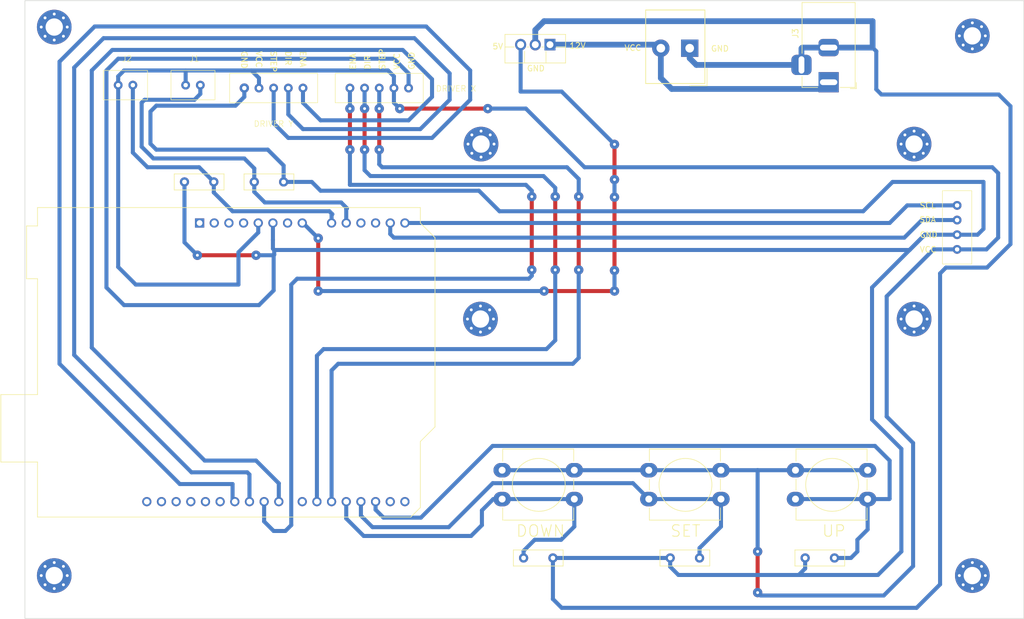
<source format=kicad_pcb>
(kicad_pcb (version 20221018) (generator pcbnew)
  (layers (0 "F.Cu" signal) (31 "B.Cu" signal) (34 "B.Paste" user) (35 "F.Paste" user) (36 "B.SilkS" user "B.Silkscreen") (37 "F.SilkS" user "F.Silkscreen") (38 "B.Mask" user) (39 "F.Mask" user) (44 "Edge.Cuts" user))
  (net 0 "")
  (net 5 "VCC")
  (net 6 "GND")
  (net 7 "/SDA")
  (net 8 "+5V")
  (net 11 "/SCL")
  (net 12 "/UP BUTTON")
  (net 15 "/DOWN BUTTON")
  (net 16 "/SET BUTTON")
  (net 17 "/DIR_X")
  (net 18 "/ENA_X")
  (net 19 "/DIR_Y")
  (net 20 "/ENA_Y")
  (net 21 "/STEP_X")
  (net 22 "/STEP_Y")
  (net 25 "/HOME_X")
  (net 26 "/HOME_Y")
  (net 30 "GND1")
  (net 33 "Net-(J4-Pin_2)")
  (footprint "Package_TO_SOT_THT:TO-220F-3_Vertical" (layer "F.Cu") (at 153.924 48.768 180)
    (fp_text reference "U1" hide)
    (fp_text value "L7805")
    (pad "1" thru_hole rect (at 0 0 180) (size 1.905 2) (drill 1.2) (layers "*.Cu" "*.Mask") (net 33 "Net-(J4-Pin_2)"))
    (pad "2" thru_hole oval (at 2.54 0 180) (size 1.905 2) (drill 1.2) (layers "*.Cu" "*.Mask") (net 6 "GND"))
    (pad "3" thru_hole oval (at 5.08 0 180) (size 1.905 2) (drill 1.2) (layers "*.Cu" "*.Mask") (net 8 "+5V"))
  )
  (footprint "MountingHole:MountingHole_3mm_Pad_Via" (layer "F.Cu") (at 141.986 65.9892)
    (fp_text reference "H3" hide)
    (fp_text value "MountingHole" hide)
    (pad "1" thru_hole circle (at -2.25 0) (size 0.8 0.8) (drill 0.5) (layers "*.Cu" "*.Mask"))
    (pad "1" thru_hole circle (at -1.59099 -1.59099) (size 0.8 0.8) (drill 0.5) (layers "*.Cu" "*.Mask"))
    (pad "1" thru_hole circle (at -1.59099 1.59099) (size 0.8 0.8) (drill 0.5) (layers "*.Cu" "*.Mask"))
    (pad "1" thru_hole circle (at 0 -2.25) (size 0.8 0.8) (drill 0.5) (layers "*.Cu" "*.Mask"))
    (pad "1" thru_hole circle (at 0 0) (size 6 6) (drill 3) (layers "*.Cu" "*.Mask"))
    (pad "1" thru_hole circle (at 0 2.25) (size 0.8 0.8) (drill 0.5) (layers "*.Cu" "*.Mask"))
    (pad "1" thru_hole circle (at 1.59099 -1.59099) (size 0.8 0.8) (drill 0.5) (layers "*.Cu" "*.Mask"))
    (pad "1" thru_hole circle (at 1.59099 1.59099) (size 0.8 0.8) (drill 0.5) (layers "*.Cu" "*.Mask"))
    (pad "1" thru_hole circle (at 2.25 0) (size 0.8 0.8) (drill 0.5) (layers "*.Cu" "*.Mask"))
  )
  (footprint "TerminalBlock_Altech:Altech_AK300_1x02_P5.00mm_45-Degree" (layer "F.Cu") (at 178.1255 49.3835 180)
    (fp_text reference "J4" hide)
    (fp_text value "Screw_Terminal_01x02")
    (pad "1" thru_hole rect (at 0 0 180) (size 3 3) (drill 1.5) (layers "*.Cu" "*.Mask") (net 6 "GND"))
    (pad "2" thru_hole circle (at 5 0 180) (size 3 3) (drill 1.5) (layers "*.Cu" "*.Mask") (net 33 "Net-(J4-Pin_2)"))
  )
  (footprint "MountingHole:MountingHole_3mm_Pad_Via" (layer "F.Cu") (at 216.986 96.2892)
    (fp_text reference "H3" hide)
    (fp_text value "MountingHole" hide)
    (pad "1" thru_hole circle (at -2.25 0) (size 0.8 0.8) (drill 0.5) (layers "*.Cu" "*.Mask"))
    (pad "1" thru_hole circle (at -1.59099 -1.59099) (size 0.8 0.8) (drill 0.5) (layers "*.Cu" "*.Mask"))
    (pad "1" thru_hole circle (at -1.59099 1.59099) (size 0.8 0.8) (drill 0.5) (layers "*.Cu" "*.Mask"))
    (pad "1" thru_hole circle (at 0 -2.25) (size 0.8 0.8) (drill 0.5) (layers "*.Cu" "*.Mask"))
    (pad "1" thru_hole circle (at 0 0) (size 6 6) (drill 3) (layers "*.Cu" "*.Mask"))
    (pad "1" thru_hole circle (at 0 2.25) (size 0.8 0.8) (drill 0.5) (layers "*.Cu" "*.Mask"))
    (pad "1" thru_hole circle (at 1.59099 -1.59099) (size 0.8 0.8) (drill 0.5) (layers "*.Cu" "*.Mask"))
    (pad "1" thru_hole circle (at 1.59099 1.59099) (size 0.8 0.8) (drill 0.5) (layers "*.Cu" "*.Mask"))
    (pad "1" thru_hole circle (at 2.25 0) (size 0.8 0.8) (drill 0.5) (layers "*.Cu" "*.Mask"))
  )
  (footprint "MountingHole:MountingHole_3mm_Pad_Via" (layer "F.Cu") (at 68.072 140.716 90)
    (fp_text reference "H3" hide)
    (fp_text value "MountingHole")
    (pad "1" thru_hole circle (at -2.25 0 90) (size 0.8 0.8) (drill 0.5) (layers "*.Cu" "*.Mask"))
    (pad "1" thru_hole circle (at -1.59099 -1.59099 90) (size 0.8 0.8) (drill 0.5) (layers "*.Cu" "*.Mask"))
    (pad "1" thru_hole circle (at -1.59099 1.59099 90) (size 0.8 0.8) (drill 0.5) (layers "*.Cu" "*.Mask"))
    (pad "1" thru_hole circle (at 0 -2.25 90) (size 0.8 0.8) (drill 0.5) (layers "*.Cu" "*.Mask"))
    (pad "1" thru_hole circle (at 0 0 90) (size 6 6) (drill 3) (layers "*.Cu" "*.Mask"))
    (pad "1" thru_hole circle (at 0 2.25 90) (size 0.8 0.8) (drill 0.5) (layers "*.Cu" "*.Mask"))
    (pad "1" thru_hole circle (at 1.59099 -1.59099 90) (size 0.8 0.8) (drill 0.5) (layers "*.Cu" "*.Mask"))
    (pad "1" thru_hole circle (at 1.59099 1.59099 90) (size 0.8 0.8) (drill 0.5) (layers "*.Cu" "*.Mask"))
    (pad "1" thru_hole circle (at 2.25 0 90) (size 0.8 0.8) (drill 0.5) (layers "*.Cu" "*.Mask"))
  )
  (footprint "Resistor_THT:R_Box_L8.4mm_W2.5mm_P5.08mm" (layer "F.Cu") (at 179.827 137.668 180)
    (fp_text reference "R3" hide)
    (fp_text value "R")
    (pad "1" thru_hole circle (at 0 0 180) (size 1.6 1.6) (drill 0.8) (layers "*.Cu" "*.Mask") (net 16 "/SET BUTTON"))
    (pad "2" thru_hole circle (at 5.08 0 180) (size 1.6 1.6) (drill 0.8) (layers "*.Cu" "*.Mask") (net 6 "GND"))
  )
  (footprint "Connector_BarrelJack:BarrelJack_Horizontal" (layer "F.Cu") (at 202.184 55.276 -90)
    (fp_text reference "J3" (at -8.45 5.75 90) (layer "F.SilkS"))
    (fp_text value "Barrel_Jack_Switch")
    (pad "1" thru_hole rect (at 0 0 270) (size 3.5 3.5) (drill oval 1 3) (layers "*.Cu" "*.Mask") (net 33 "Net-(J4-Pin_2)"))
    (pad "2" thru_hole roundrect (at -6 0 270) (size 3 3.5) (drill oval 1 3) (layers "*.Cu" "*.Mask") (net 6 "GND"))
    (pad "3" thru_hole roundrect (at -3 4.7 270) (size 3.5 3.5) (drill oval 3 1) (layers "*.Cu" "*.Mask") (net 6 "GND"))
  )
  (footprint "hang_rao:Dau_PH_1x2" (layer "F.Cu") (at 79.1464 55.7784)
    (fp_text reference "J2" (at 1.524 -4.572 unlocked) (layer "F.SilkS") (effects (font (thickness 0.1))))
    (fp_text value "~" hide)
    (pad "1" thru_hole circle (at 0 0) (size 1.524 1.524) (drill 0.762) (layers "*.Cu" "*.Mask") (net 5 "VCC"))
    (pad "2" thru_hole circle (at 2.54 0) (size 1.524 1.524) (drill 0.762) (layers "*.Cu" "*.Mask") (net 25 "/HOME_X"))
  )
  (footprint "Button_Switch_THT:SW_PUSH-12mm_Wuerth-430476085716" (layer "F.Cu") (at 171.042 122.468)
    (fp_text reference "SET" (at 6.35 10.5264) (layer "F.SilkS") (effects (font (size 2 2))))
    (fp_text value "~" hide)
    (pad "1" thru_hole oval (at 0 0) (size 3 2.5) (drill 1.2) (layers "*.Cu" "*.Mask") (net 5 "VCC"))
    (pad "1" thru_hole oval (at 12.5 0) (size 3 2.5) (drill 1.2) (layers "*.Cu" "*.Mask") (net 5 "VCC"))
    (pad "2" thru_hole oval (at 0 5) (size 3 2.5) (drill 1.2) (layers "*.Cu" "*.Mask") (net 16 "/SET BUTTON"))
    (pad "2" thru_hole oval (at 12.5 5) (size 3 2.5) (drill 1.2) (layers "*.Cu" "*.Mask") (net 16 "/SET BUTTON"))
  )
  (footprint "Button_Switch_THT:SW_PUSH-12mm_Wuerth-430476085716" (layer "F.Cu") (at 196.442 122.468)
    (fp_text reference "UP" (at 6.6564 10.5264) (layer "F.SilkS") (effects (font (size 2 2))))
    (fp_text value "~" hide)
    (pad "1" thru_hole oval (at 0 0) (size 3 2.5) (drill 1.2) (layers "*.Cu" "*.Mask") (net 5 "VCC"))
    (pad "1" thru_hole oval (at 12.5 0) (size 3 2.5) (drill 1.2) (layers "*.Cu" "*.Mask") (net 5 "VCC"))
    (pad "2" thru_hole oval (at 0 5) (size 3 2.5) (drill 1.2) (layers "*.Cu" "*.Mask") (net 12 "/UP BUTTON"))
    (pad "2" thru_hole oval (at 12.5 5) (size 3 2.5) (drill 1.2) (layers "*.Cu" "*.Mask") (net 12 "/UP BUTTON"))
  )
  (footprint "MountingHole:MountingHole_3mm_Pad_Via" (layer "F.Cu") (at 227.076 140.716 90)
    (fp_text reference "H3" hide)
    (fp_text value "MountingHole" hide)
    (pad "1" thru_hole circle (at -2.25 0 90) (size 0.8 0.8) (drill 0.5) (layers "*.Cu" "*.Mask"))
    (pad "1" thru_hole circle (at -1.59099 -1.59099 90) (size 0.8 0.8) (drill 0.5) (layers "*.Cu" "*.Mask"))
    (pad "1" thru_hole circle (at -1.59099 1.59099 90) (size 0.8 0.8) (drill 0.5) (layers "*.Cu" "*.Mask"))
    (pad "1" thru_hole circle (at 0 -2.25 90) (size 0.8 0.8) (drill 0.5) (layers "*.Cu" "*.Mask"))
    (pad "1" thru_hole circle (at 0 0 90) (size 6 6) (drill 3) (layers "*.Cu" "*.Mask"))
    (pad "1" thru_hole circle (at 0 2.25 90) (size 0.8 0.8) (drill 0.5) (layers "*.Cu" "*.Mask"))
    (pad "1" thru_hole circle (at 1.59099 -1.59099 90) (size 0.8 0.8) (drill 0.5) (layers "*.Cu" "*.Mask"))
    (pad "1" thru_hole circle (at 1.59099 1.59099 90) (size 0.8 0.8) (drill 0.5) (layers "*.Cu" "*.Mask"))
    (pad "1" thru_hole circle (at 2.25 0 90) (size 0.8 0.8) (drill 0.5) (layers "*.Cu" "*.Mask"))
  )
  (footprint "Resistor_THT:R_Box_L8.4mm_W2.5mm_P5.08mm" (layer "F.Cu") (at 203.2 137.668 180)
    (fp_text reference "R1" hide)
    (fp_text value "R")
    (pad "1" thru_hole circle (at 0 0 180) (size 1.6 1.6) (drill 0.8) (layers "*.Cu" "*.Mask") (net 12 "/UP BUTTON"))
    (pad "2" thru_hole circle (at 5.08 0 180) (size 1.6 1.6) (drill 0.8) (layers "*.Cu" "*.Mask") (net 6 "GND"))
  )
  (footprint "hang_rao:Rao_1x5" (layer "F.Cu") (at 106.0704 56.2864)
    (fp_text reference "DRIVER Y" (at 0 6.1976 unlocked) (layer "F.SilkS") (effects (font (thickness 0.1))))
    (fp_text value "~" hide)
    (pad "1" thru_hole circle (at -5.08 0) (size 1.62 1.62) (drill 0.762) (layers "*.Cu" "*.Mask") (net 6 "GND"))
    (pad "2" thru_hole circle (at -2.54 0) (size 1.524 1.524) (drill 0.762) (layers "*.Cu" "*.Mask") (net 5 "VCC"))
    (pad "3" thru_hole circle (at 0 0) (size 1.524 1.524) (drill 0.762) (layers "*.Cu" "*.Mask") (net 22 "/STEP_Y"))
    (pad "4" thru_hole circle (at 2.54 0) (size 1.524 1.524) (drill 0.762) (layers "*.Cu" "*.Mask") (net 19 "/DIR_Y"))
    (pad "5" thru_hole circle (at 5.08 0) (size 1.524 1.524) (drill 0.762) (layers "*.Cu" "*.Mask") (net 20 "/ENA_Y"))
  )
  (footprint "Resistor_THT:R_Box_L8.4mm_W2.5mm_P5.08mm" (layer "F.Cu") (at 95.7072 72.5424 180)
    (fp_text reference "R4" hide)
    (fp_text value "R" hide)
    (pad "1" thru_hole circle (at 0 0 180) (size 1.6 1.6) (drill 0.8) (layers "*.Cu" "*.Mask") (net 25 "/HOME_X"))
    (pad "2" thru_hole circle (at 5.08 0 180) (size 1.6 1.6) (drill 0.8) (layers "*.Cu" "*.Mask") (net 6 "GND"))
  )
  (footprint "MountingHole:MountingHole_3mm_Pad_Via" (layer "F.Cu") (at 216.986 65.9892)
    (fp_text reference "H3" hide)
    (fp_text value "MountingHole" hide)
    (pad "1" thru_hole circle (at -2.25 0) (size 0.8 0.8) (drill 0.5) (layers "*.Cu" "*.Mask"))
    (pad "1" thru_hole circle (at -1.59099 -1.59099) (size 0.8 0.8) (drill 0.5) (layers "*.Cu" "*.Mask"))
    (pad "1" thru_hole circle (at -1.59099 1.59099) (size 0.8 0.8) (drill 0.5) (layers "*.Cu" "*.Mask"))
    (pad "1" thru_hole circle (at 0 -2.25) (size 0.8 0.8) (drill 0.5) (layers "*.Cu" "*.Mask"))
    (pad "1" thru_hole circle (at 0 0) (size 6 6) (drill 3) (layers "*.Cu" "*.Mask"))
    (pad "1" thru_hole circle (at 0 2.25) (size 0.8 0.8) (drill 0.5) (layers "*.Cu" "*.Mask"))
    (pad "1" thru_hole circle (at 1.59099 -1.59099) (size 0.8 0.8) (drill 0.5) (layers "*.Cu" "*.Mask"))
    (pad "1" thru_hole circle (at 1.59099 1.59099) (size 0.8 0.8) (drill 0.5) (layers "*.Cu" "*.Mask"))
    (pad "1" thru_hole circle (at 2.25 0) (size 0.8 0.8) (drill 0.5) (layers "*.Cu" "*.Mask"))
  )
  (footprint "MountingHole:MountingHole_3mm_Pad_Via" (layer "F.Cu") (at 141.89 96.2892)
    (fp_text reference "H3" hide)
    (fp_text value "MountingHole" hide)
    (pad "1" thru_hole circle (at -2.25 0) (size 0.8 0.8) (drill 0.5) (layers "*.Cu" "*.Mask"))
    (pad "1" thru_hole circle (at -1.59099 -1.59099) (size 0.8 0.8) (drill 0.5) (layers "*.Cu" "*.Mask"))
    (pad "1" thru_hole circle (at -1.59099 1.59099) (size 0.8 0.8) (drill 0.5) (layers "*.Cu" "*.Mask"))
    (pad "1" thru_hole circle (at 0 -2.25) (size 0.8 0.8) (drill 0.5) (layers "*.Cu" "*.Mask"))
    (pad "1" thru_hole circle (at 0 0) (size 6 6) (drill 3) (layers "*.Cu" "*.Mask"))
    (pad "1" thru_hole circle (at 0 2.25) (size 0.8 0.8) (drill 0.5) (layers "*.Cu" "*.Mask"))
    (pad "1" thru_hole circle (at 1.59099 -1.59099) (size 0.8 0.8) (drill 0.5) (layers "*.Cu" "*.Mask"))
    (pad "1" thru_hole circle (at 1.59099 1.59099) (size 0.8 0.8) (drill 0.5) (layers "*.Cu" "*.Mask"))
    (pad "1" thru_hole circle (at 2.25 0) (size 0.8 0.8) (drill 0.5) (layers "*.Cu" "*.Mask"))
  )
  (footprint "Resistor_THT:R_Box_L8.4mm_W2.5mm_P5.08mm" (layer "F.Cu") (at 149.357 137.668)
    (fp_text reference "R2" hide)
    (fp_text value "R")
    (pad "1" thru_hole circle (at 0 0) (size 1.6 1.6) (drill 0.8) (layers "*.Cu" "*.Mask") (net 15 "/DOWN BUTTON"))
    (pad "2" thru_hole circle (at 5.08 0) (size 1.6 1.6) (drill 0.8) (layers "*.Cu" "*.Mask") (net 6 "GND"))
  )
  (footprint "Resistor_THT:R_Box_L8.4mm_W2.5mm_P5.08mm" (layer "F.Cu") (at 102.7176 72.5424)
    (fp_text reference "R5" hide)
    (fp_text value "R" hide)
    (pad "1" thru_hole circle (at 0 0) (size 1.6 1.6) (drill 0.8) (layers "*.Cu" "*.Mask") (net 26 "/HOME_Y"))
    (pad "2" thru_hole circle (at 5.08 0) (size 1.6 1.6) (drill 0.8) (layers "*.Cu" "*.Mask") (net 6 "GND"))
  )
  (footprint "MountingHole:MountingHole_3mm_Pad_Via" (layer "F.Cu") (at 68.072 45.72 90)
    (fp_text reference "H3" hide)
    (fp_text value "MountingHole" hide)
    (pad "1" thru_hole circle (at -2.25 0 90) (size 0.8 0.8) (drill 0.5) (layers "*.Cu" "*.Mask"))
    (pad "1" thru_hole circle (at -1.59099 -1.59099 90) (size 0.8 0.8) (drill 0.5) (layers "*.Cu" "*.Mask"))
    (pad "1" thru_hole circle (at -1.59099 1.59099 90) (size 0.8 0.8) (drill 0.5) (layers "*.Cu" "*.Mask"))
    (pad "1" thru_hole circle (at 0 -2.25 90) (size 0.8 0.8) (drill 0.5) (layers "*.Cu" "*.Mask"))
    (pad "1" thru_hole circle (at 0 0 90) (size 6 6) (drill 3) (layers "*.Cu" "*.Mask"))
    (pad "1" thru_hole circle (at 0 2.25 90) (size 0.8 0.8) (drill 0.5) (layers "*.Cu" "*.Mask"))
    (pad "1" thru_hole circle (at 1.59099 -1.59099 90) (size 0.8 0.8) (drill 0.5) (layers "*.Cu" "*.Mask"))
    (pad "1" thru_hole circle (at 1.59099 1.59099 90) (size 0.8 0.8) (drill 0.5) (layers "*.Cu" "*.Mask"))
    (pad "1" thru_hole circle (at 2.25 0 90) (size 0.8 0.8) (drill 0.5) (layers "*.Cu" "*.Mask"))
  )
  (footprint "hang_rao:Rao_1x4" (layer "F.Cu") (at 224.4344 79.1464 -90)
    (fp_text reference "LCD1" hide)
    (fp_text value "~")
    (pad "1" thru_hole circle (at -2.54 0 270) (size 1.524 1.524) (drill 0.762) (layers "*.Cu" "*.Mask") (net 11 "/SCL"))
    (pad "2" thru_hole circle (at 0 0 270) (size 1.524 1.524) (drill 0.762) (layers "*.Cu" "*.Mask") (net 7 "/SDA"))
    (pad "3" thru_hole circle (at 2.54 0 270) (size 1.524 1.524) (drill 0.762) (layers "*.Cu" "*.Mask") (net 6 "GND"))
    (pad "4" thru_hole circle (at 5.08 0 270) (size 1.524 1.524) (drill 0.762) (layers "*.Cu" "*.Mask") (net 5 "VCC"))
  )
  (footprint "hang_rao:Dau_PH_1x2" (layer "F.Cu") (at 90.8304 55.7784)
    (fp_text reference "J1" (at 1.524 -4.572 unlocked) (layer "F.SilkS") (effects (font (thickness 0.1))))
    (fp_text value "~" hide)
    (pad "1" thru_hole circle (at 0 0) (size 1.524 1.524) (drill 0.762) (layers "*.Cu" "*.Mask") (net 5 "VCC"))
    (pad "2" thru_hole circle (at 2.54 0) (size 1.524 1.524) (drill 0.762) (layers "*.Cu" "*.Mask") (net 26 "/HOME_Y"))
  )
  (footprint "Module:Arduino_UNO_R3" (layer "F.Cu") (at 93.2434 79.6544)
    (fp_text reference "A1" hide)
    (fp_text value "Arduino_UNO_R3" hide)
    (pad "1" thru_hole rect (at 0 0 90) (size 1.6 1.6) (drill 1) (layers "*.Cu" "*.Mask"))
    (pad "2" thru_hole oval (at 2.54 0 90) (size 1.6 1.6) (drill 1) (layers "*.Cu" "*.Mask"))
    (pad "3" thru_hole oval (at 5.08 0 90) (size 1.6 1.6) (drill 1) (layers "*.Cu" "*.Mask"))
    (pad "4" thru_hole oval (at 7.62 0 90) (size 1.6 1.6) (drill 1) (layers "*.Cu" "*.Mask"))
    (pad "5" thru_hole oval (at 10.16 0 90) (size 1.6 1.6) (drill 1) (layers "*.Cu" "*.Mask") (net 5 "VCC"))
    (pad "6" thru_hole oval (at 12.7 0 90) (size 1.6 1.6) (drill 1) (layers "*.Cu" "*.Mask") (net 6 "GND"))
    (pad "7" thru_hole oval (at 15.24 0 90) (size 1.6 1.6) (drill 1) (layers "*.Cu" "*.Mask"))
    (pad "8" thru_hole oval (at 17.78 0 90) (size 1.6 1.6) (drill 1) (layers "*.Cu" "*.Mask") (net 8 "+5V"))
    (pad "9" thru_hole oval (at 22.86 0 90) (size 1.6 1.6) (drill 1) (layers "*.Cu" "*.Mask") (net 25 "/HOME_X"))
    (pad "10" thru_hole oval (at 25.4 0 90) (size 1.6 1.6) (drill 1) (layers "*.Cu" "*.Mask") (net 26 "/HOME_Y"))
    (pad "11" thru_hole oval (at 27.94 0 90) (size 1.6 1.6) (drill 1) (layers "*.Cu" "*.Mask"))
    (pad "12" thru_hole oval (at 30.48 0 90) (size 1.6 1.6) (drill 1) (layers "*.Cu" "*.Mask"))
    (pad "13" thru_hole oval (at 33.02 0 90) (size 1.6 1.6) (drill 1) (layers "*.Cu" "*.Mask") (net 7 "/SDA"))
    (pad "14" thru_hole oval (at 35.56 0 90) (size 1.6 1.6) (drill 1) (layers "*.Cu" "*.Mask") (net 11 "/SCL"))
    (pad "15" thru_hole oval (at 35.56 48.26 90) (size 1.6 1.6) (drill 1) (layers "*.Cu" "*.Mask"))
    (pad "16" thru_hole oval (at 33.02 48.26 90) (size 1.6 1.6) (drill 1) (layers "*.Cu" "*.Mask"))
    (pad "17" thru_hole oval (at 30.48 48.26 90) (size 1.6 1.6) (drill 1) (layers "*.Cu" "*.Mask") (net 12 "/UP BUTTON"))
    (pad "18" thru_hole oval (at 27.94 48.26 90) (size 1.6 1.6) (drill 1) (layers "*.Cu" "*.Mask") (net 16 "/SET BUTTON"))
    (pad "19" thru_hole oval (at 25.4 48.26 90) (size 1.6 1.6) (drill 1) (layers "*.Cu" "*.Mask") (net 15 "/DOWN BUTTON"))
    (pad "20" thru_hole oval (at 22.86 48.26 90) (size 1.6 1.6) (drill 1) (layers "*.Cu" "*.Mask") (net 18 "/ENA_X"))
    (pad "21" thru_hole oval (at 20.32 48.26 90) (size 1.6 1.6) (drill 1) (layers "*.Cu" "*.Mask") (net 17 "/DIR_X"))
    (pad "22" thru_hole oval (at 17.78 48.26 90) (size 1.6 1.6) (drill 1) (layers "*.Cu" "*.Mask"))
    (pad "23" thru_hole oval (at 13.72 48.26 90) (size 1.6 1.6) (drill 1) (layers "*.Cu" "*.Mask") (net 20 "/ENA_Y"))
    (pad "24" thru_hole oval (at 11.18 48.26 90) (size 1.6 1.6) (drill 1) (layers "*.Cu" "*.Mask") (net 21 "/STEP_X"))
    (pad "25" thru_hole oval (at 8.64 48.26 90) (size 1.6 1.6) (drill 1) (layers "*.Cu" "*.Mask") (net 19 "/DIR_Y"))
    (pad "26" thru_hole oval (at 6.1 48.26 90) (size 1.6 1.6) (drill 1) (layers "*.Cu" "*.Mask") (net 22 "/STEP_Y"))
    (pad "27" thru_hole oval (at 3.56 48.26 90) (size 1.6 1.6) (drill 1) (layers "*.Cu" "*.Mask"))
    (pad "28" thru_hole oval (at 1.02 48.26 90) (size 1.6 1.6) (drill 1) (layers "*.Cu" "*.Mask"))
    (pad "29" thru_hole oval (at -1.52 48.26 90) (size 1.6 1.6) (drill 1) (layers "*.Cu" "*.Mask") (net 30 "GND1"))
    (pad "30" thru_hole oval (at -4.06 48.26 90) (size 1.6 1.6) (drill 1) (layers "*.Cu" "*.Mask"))
    (pad "31" thru_hole oval (at -6.6 48.26 90) (size 1.6 1.6) (drill 1) (layers "*.Cu" "*.Mask"))
    (pad "32" thru_hole oval (at -9.14 48.26 90) (size 1.6 1.6) (drill 1) (layers "*.Cu" "*.Mask"))
  )
  (footprint "MountingHole:MountingHole_3mm_Pad_Via" (layer "F.Cu") (at 227.076 47.244 90)
    (fp_text reference "H3" hide)
    (fp_text value "MountingHole" hide)
    (pad "1" thru_hole circle (at -2.25 0 90) (size 0.8 0.8) (drill 0.5) (layers "*.Cu" "*.Mask"))
    (pad "1" thru_hole circle (at -1.59099 -1.59099 90) (size 0.8 0.8) (drill 0.5) (layers "*.Cu" "*.Mask"))
    (pad "1" thru_hole circle (at -1.59099 1.59099 90) (size 0.8 0.8) (drill 0.5) (layers "*.Cu" "*.Mask"))
    (pad "1" thru_hole circle (at 0 -2.25 90) (size 0.8 0.8) (drill 0.5) (layers "*.Cu" "*.Mask"))
    (pad "1" thru_hole circle (at 0 0 90) (size 6 6) (drill 3) (layers "*.Cu" "*.Mask"))
    (pad "1" thru_hole circle (at 0 2.25 90) (size 0.8 0.8) (drill 0.5) (layers "*.Cu" "*.Mask"))
    (pad "1" thru_hole circle (at 1.59099 -1.59099 90) (size 0.8 0.8) (drill 0.5) (layers "*.Cu" "*.Mask"))
    (pad "1" thru_hole circle (at 1.59099 1.59099 90) (size 0.8 0.8) (drill 0.5) (layers "*.Cu" "*.Mask"))
    (pad "1" thru_hole circle (at 2.25 0 90) (size 0.8 0.8) (drill 0.5) (layers "*.Cu" "*.Mask"))
  )
  (footprint "Button_Switch_THT:SW_PUSH-12mm_Wuerth-430476085716" (layer "F.Cu") (at 145.642 122.468)
    (fp_text reference "DOWN" (at 6.6564 10.5264) (layer "F.SilkS") (effects (font (size 2 2))))
    (fp_text value "~" hide)
    (pad "1" thru_hole oval (at 0 0) (size 3 2.5) (drill 1.2) (layers "*.Cu" "*.Mask") (net 5 "VCC"))
    (pad "1" thru_hole oval (at 12.5 0) (size 3 2.5) (drill 1.2) (layers "*.Cu" "*.Mask") (net 5 "VCC"))
    (pad "2" thru_hole oval (at 0 5) (size 3 2.5) (drill 1.2) (layers "*.Cu" "*.Mask") (net 15 "/DOWN BUTTON"))
    (pad "2" thru_hole oval (at 12.5 5) (size 3 2.5) (drill 1.2) (layers "*.Cu" "*.Mask") (net 15 "/DOWN BUTTON"))
  )
  (footprint "hang_rao:Rao_1x5" (layer "F.Cu") (at 124.3584 56.2864 180)
    (fp_text reference "DRIVER X" (at -13.3096 -0.1016 unlocked) (layer "F.SilkS") (effects (font (thickness 0.1))))
    (fp_text value "~")
    (pad "1" thru_hole circle (at -5.08 0 180) (size 1.524 1.524) (drill 0.762) (layers "*.Cu" "*.Mask") (net 6 "GND"))
    (pad "2" thru_hole circle (at -2.54 0 180) (size 1.524 1.524) (drill 0.762) (layers "*.Cu" "*.Mask") (net 5 "VCC"))
    (pad "3" thru_hole circle (at 0 0 180) (size 1.524 1.524) (drill 0.762) (layers "*.Cu" "*.Mask") (net 18 "/ENA_X"))
    (pad "4" thru_hole circle (at 2.54 0 180) (size 1.524 1.524) (drill 0.762) (layers "*.Cu" "*.Mask") (net 17 "/DIR_X"))
    (pad "5" thru_hole circle (at 5.08 0 180) (size 1.524 1.524) (drill 0.762) (layers "*.Cu" "*.Mask") (net 21 "/STEP_X"))
  )
  (gr_rect (start 62.992 41.148) (end 235.992 148.148) (stroke (width 0.1)) (fill none) (layer "Edge.Cuts"))
  (gr_text "GND" (at 217.8812 82.296) (layer "F.SilkS") (effects (font (size 1 1)) (justify left bottom)))
  (gr_text "STEP" (at 105.4608 49.784 -90) (layer "F.SilkS") (effects (font (size 1 1)) (justify left bottom)))
  (gr_text "DIR" (at 108.0008 49.784 -90) (layer "F.SilkS") (effects (font (size 1 1)) (justify left bottom)))
  (gr_text "STEP" (at 125.4764 53.1876 90) (layer "F.SilkS") (effects (font (size 1 1)) (justify left bottom)))
  (gr_text "VCC" (at 217.8812 84.836) (layer "F.SilkS") (effects (font (size 1 1)) (justify left bottom)))
  (gr_text "SCL" (at 217.8812 77.216) (layer "F.SilkS") (effects (font (size 1 1)) (justify left bottom)))
  (gr_text "GND" (at 149.86 53.467) (layer "F.SilkS") (effects (font (size 1 1)) (justify left bottom)))
  (gr_text "GND" (at 100.3808 49.784 -90) (layer "F.SilkS") (effects (font (size 1 1)) (justify left bottom)))
  (gr_text "ENA" (at 120.3964 53.1876 90) (layer "F.SilkS") (effects (font (size 1 1)) (justify left bottom)))
  (gr_text "VCC" (at 102.9208 49.784 -90) (layer "F.SilkS") (effects (font (size 1 1)) (justify left bottom)))
  (gr_text "DIR" (at 122.9364 53.1876 90) (layer "F.SilkS") (effects (font (size 1 1)) (justify left bottom)))
  (gr_text "GND" (at 130.5564 53.1876 90) (layer "F.SilkS") (effects (font (size 1 1)) (justify left bottom)))
  (gr_text "VCC" (at 128.0164 53.1876 90) (layer "F.SilkS") (effects (font (size 1 1)) (justify left bottom)))
  (gr_text "5V" (at 143.891 49.657) (layer "F.SilkS") (effects (font (size 1 1)) (justify left bottom)))
  (gr_text "GND" (at 181.737 50.038) (layer "F.SilkS") (effects (font (size 1 1)) (justify left bottom)))
  (gr_text "SDA" (at 217.8304 79.6544) (layer "F.SilkS") (effects (font (size 1 1)) (justify left bottom)))
  (gr_text "VCC" (at 166.751 49.911) (layer "F.SilkS") (effects (font (size 1 1)) (justify left bottom)))
  (gr_text "ENA" (at 110.5408 49.784 -90) (layer "F.SilkS") (effects (font (size 1 1)) (justify left bottom)))
  (gr_text "12V" (at 157.226 49.53) (layer "F.SilkS") (effects (font (size 1 1)) (justify left bottom)))
  (segment (start 189.8904 136.5504) (end 189.8904 143.6624) (width 0.7) (layer "F.Cu") (net 5))
  (segment (start 127.9144 59.8424) (end 143.1544 59.8424) (width 0.7) (layer "F.Cu") (net 5))
  (via (at 143.1544 59.8424) (size 1.62) (drill 0.5) (layers "F.Cu" "B.Cu") (net 5))
  (via (at 189.8904 136.5504) (size 1.62) (drill 0.5) (layers "F.Cu" "B.Cu") (net 5))
  (via (at 127.9144 59.8424) (size 1.62) (drill 0.5) (layers "F.Cu" "B.Cu") (net 5))
  (via (at 189.8904 143.6624) (size 1.62) (drill 0.5) (layers "F.Cu" "B.Cu") (net 5))
  (segment (start 126.8984 54.2544) (end 126.8984 56.2864) (width 0.7) (layer "B.Cu") (net 5))
  (segment (start 102.212019 53.2384) (end 103.5304 54.556781) (width 0.7) (layer "B.Cu") (net 5))
  (segment (start 190.3984 144.1704) (end 211.7344 144.1704) (width 0.7) (layer "B.Cu") (net 5))
  (segment (start 171.042 122.468) (end 183.542 122.468) (width 0.7) (layer "B.Cu") (net 5))
  (segment (start 103.5304 54.556781) (end 103.5304 56.2864) (width 0.7) (layer "B.Cu") (net 5))
  (segment (start 90.8304 55.7784) (end 90.8304 53.2384) (width 0.7) (layer "B.Cu") (net 5))
  (segment (start 99.9744 84.7344) (end 103.4034 81.3054) (width 0.7) (layer "B.Cu") (net 5))
  (segment (start 103.4034 81.3054) (end 103.4034 79.6544) (width 0.7) (layer "B.Cu") (net 5))
  (segment (start 158.142 122.468) (end 171.042 122.468) (width 0.7) (layer "B.Cu") (net 5))
  (segment (start 99.9744 90.3224) (end 99.9744 84.7344) (width 0.7) (layer "B.Cu") (net 5))
  (segment (start 126.8984 56.2864) (end 126.8984 58.8264) (width 0.7) (layer "B.Cu") (net 5))
  (segment (start 216.8144 139.0904) (end 216.8144 117.7544) (width 0.7) (layer "B.Cu") (net 5))
  (segment (start 189.8904 143.6624) (end 190.3984 144.1704) (width 0.7) (layer "B.Cu") (net 5))
  (segment (start 82.1944 90.3224) (end 99.9744 90.3224) (width 0.7) (layer "B.Cu") (net 5))
  (segment (start 90.8304 53.2384) (end 102.212019 53.2384) (width 0.7) (layer "B.Cu") (net 5))
  (segment (start 125.8824 53.2384) (end 126.8984 54.2544) (width 0.7) (layer "B.Cu") (net 5))
  (segment (start 79.1464 55.7784) (end 79.1464 54.2544) (width 0.7) (layer "B.Cu") (net 5))
  (segment (start 145.642 122.468) (end 158.142 122.468) (width 0.7) (layer "B.Cu") (net 5))
  (segment (start 212.2424 92.3544) (end 220.3704 84.2264) (width 0.7) (layer "B.Cu") (net 5))
  (segment (start 159.9184 70.0024) (end 230.5304 70.0024) (width 0.7) (layer "B.Cu") (net 5))
  (segment (start 79.1464 87.2744) (end 82.1944 90.3224) (width 0.7) (layer "B.Cu") (net 5))
  (segment (start 229.5144 84.2264) (end 224.4344 84.2264) (width 0.7) (layer "B.Cu") (net 5))
  (segment (start 230.5304 70.0024) (end 231.5464 71.0184) (width 0.7) (layer "B.Cu") (net 5))
  (segment (start 80.1624 53.2384) (end 90.8304 53.2384) (width 0.7) (layer "B.Cu") (net 5))
  (segment (start 183.542 122.468) (end 189.8904 122.468) (width 0.7) (layer "B.Cu") (net 5))
  (segment (start 189.8904 122.468) (end 189.8904 136.5504) (width 0.7) (layer "B.Cu") (net 5))
  (segment (start 79.1464 55.7784) (end 79.1464 87.2744) (width 0.7) (layer "B.Cu") (net 5))
  (segment (start 212.2424 113.1824) (end 212.2424 92.3544) (width 0.7) (layer "B.Cu") (net 5))
  (segment (start 216.8144 117.7544) (end 212.2424 113.1824) (width 0.7) (layer "B.Cu") (net 5))
  (segment (start 126.8984 58.8264) (end 127.9144 59.8424) (width 0.7) (layer "B.Cu") (net 5))
  (segment (start 231.5464 71.0184) (end 231.5464 82.1944) (width 0.7) (layer "B.Cu") (net 5))
  (segment (start 196.442 122.468) (end 208.942 122.468) (width 0.7) (layer "B.Cu") (net 5))
  (segment (start 220.3704 84.2264) (end 224.4344 84.2264) (width 0.7) (layer "B.Cu") (net 5))
  (segment (start 149.7584 59.8424) (end 159.9184 70.0024) (width 0.7) (layer "B.Cu") (net 5))
  (segment (start 189.8904 122.468) (end 196.442 122.468) (width 0.7) (layer "B.Cu") (net 5))
  (segment (start 211.7344 144.1704) (end 216.8144 139.0904) (width 0.7) (layer "B.Cu") (net 5))
  (segment (start 143.1544 59.8424) (end 149.7584 59.8424) (width 0.7) (layer "B.Cu") (net 5))
  (segment (start 79.1464 54.2544) (end 80.1624 53.2384) (width 0.7) (layer "B.Cu") (net 5))
  (segment (start 231.5464 82.1944) (end 229.5144 84.2264) (width 0.7) (layer "B.Cu") (net 5))
  (segment (start 102.212019 53.2384) (end 125.8824 53.2384) (width 0.7) (layer "B.Cu") (net 5))
  (segment (start 92.8624 85.2424) (end 103.0224 85.2424) (width 0.7) (layer "F.Cu") (net 6))
  (via (at 103.0224 85.2424) (size 1.62) (drill 0.5) (layers "F.Cu" "B.Cu") (net 6))
  (via (at 92.8624 85.2424) (size 1.62) (drill 0.5) (layers "F.Cu" "B.Cu") (net 6))
  (segment (start 99.4664 59.3344) (end 85.7504 59.3344) (width 0.7) (layer "B.Cu") (net 6))
  (segment (start 145.1864 77.6224) (end 208.1784 77.6224) (width 0.7) (layer "B.Cu") (net 6))
  (segment (start 198.12 139.4968) (end 198.12 137.668) (width 0.7) (layer "B.Cu") (net 6))
  (segment (start 107.7976 72.5424) (end 112.6744 72.5424) (width 0.7) (layer "B.Cu") (net 6))
  (segment (start 106.0704 91.3384) (end 106.0704 85.2424) (width 0.7) (layer "B.Cu") (net 6))
  (segment (start 229.0064 72.5424) (end 229.0064 80.6704) (width 0.7) (layer "B.Cu") (net 6))
  (segment (start 106.172 84.328) (end 106.172 85.1408) (width 0.7) (layer "B.Cu") (net 6))
  (segment (start 233.68 83.312) (end 229.616 87.376) (width 0.7) (layer "B.Cu") (net 6))
  (segment (start 154.432 144.78) (end 154.437 144.775) (width 0.7) (layer "B.Cu") (net 6))
  (segment (start 105.0544 66.9544) (end 107.7976 69.6976) (width 0.7) (layer "B.Cu") (net 6))
  (segment (start 217.424 146.304) (end 155.956 146.304) (width 0.7) (layer "B.Cu") (net 6))
  (segment (start 197.612 49.276) (end 197.484 49.404) (width 0.7) (layer "B.Cu") (net 6))
  (segment (start 231.648 57.404) (end 233.68 59.436) (width 0.7) (layer "B.Cu") (net 6))
  (segment (start 178.1255 49.3835) (end 178.1255 51.1255) (width 1) (layer "B.Cu") (net 6))
  (segment (start 90.6272 83.0072) (end 92.8624 85.2424) (width 0.7) (layer "B.Cu") (net 6))
  (segment (start 100.9904 56.2864) (end 100.9904 57.8104) (width 0.7) (layer "B.Cu") (net 6))
  (segment (start 129.4384 56.2864) (end 129.4384 53.7464) (width 0.7) (layer "B.Cu") (net 6))
  (segment (start 103.5304 93.8784) (end 106.0704 91.3384) (width 0.7) (layer "B.Cu") (net 6))
  (segment (start 227.9904 81.6864) (end 224.4344 81.6864) (width 0.7) (layer "B.Cu") (net 6))
  (segment (start 84.7344 60.3504) (end 84.7344 65.9384) (width 0.7) (layer "B.Cu") (net 6))
  (segment (start 233.68 59.436) (end 233.68 83.312) (width 0.7) (layer "B.Cu") (net 6))
  (segment (start 84.7344 65.9384) (end 85.7504 66.9544) (width 0.7) (layer "B.Cu") (net 6))
  (segment (start 222.504 87.376) (end 221.488 88.392) (width 0.7) (layer "B.Cu") (net 6))
  (segment (start 112.6744 72.5424) (end 114.1984 74.0664) (width 0.7) (layer "B.Cu") (net 6))
  (segment (start 221.488 142.24) (end 217.424 146.304) (width 0.7) (layer "B.Cu") (net 6))
  (segment (start 174.747 139.187) (end 176.1744 140.6144) (width 0.7) (layer "B.Cu") (net 6))
  (segment (start 79.1464 51.2064) (end 77.1144 53.2384) (width 0.7) (layer "B.Cu") (net 6))
  (segment (start 202.184 49.276) (end 209.804 49.276) (width 1) (layer "B.Cu") (net 6))
  (segment (start 106.172 85.1408) (end 106.0704 85.2424) (width 0.7) (layer "B.Cu") (net 6))
  (segment (start 106.172 84.328) (end 216.2048 84.328) (width 0.7) (layer "B.Cu") (net 6))
  (segment (start 85.7504 66.9544) (end 105.0544 66.9544) (width 0.7) (layer "B.Cu") (net 6))
  (segment (start 221.488 88.392) (end 221.488 142.24) (width 0.7) (layer "B.Cu") (net 6))
  (segment (start 214.7824 136.5504) (end 210.7184 140.6144) (width 0.7) (layer "B.Cu") (net 6))
  (segment (start 154.437 137.668) (end 174.747 137.668) (width 0.7) (layer "B.Cu") (net 6))
  (segment (start 151.384 46.228) (end 151.384 48.768) (width 1) (layer "B.Cu") (net 6))
  (segment (start 105.9434 79.6544) (end 105.9434 82.5754) (width 0.7) (layer "B.Cu") (net 6))
  (segment (start 202.184 49.276) (end 197.612 49.276) (width 1) (layer "B.Cu") (net 6))
  (segment (start 107.7976 69.6976) (end 107.7976 72.5424) (width 0.7) (layer "B.Cu") (net 6))
  (segment (start 229.0064 80.6704) (end 227.9904 81.6864) (width 0.7) (layer "B.Cu") (net 6))
  (segment (start 100.9904 57.8104) (end 99.4664 59.3344) (width 0.7) (layer "B.Cu") (net 6))
  (segment (start 209.804 49.276) (end 209.804 44.704) (width 1) (layer "B.Cu") (net 6))
  (segment (start 197.484 49.404) (end 197.484 52.276) (width 1) (layer "B.Cu") (net 6))
  (segment (start 154.437 144.775) (end 154.437 137.668) (width 0.7) (layer "B.Cu") (net 6))
  (segment (start 197.0024 140.6144) (end 198.12 139.4968) (width 0.7) (layer "B.Cu") (net 6))
  (segment (start 114.1984 74.0664) (end 141.6304 74.0664) (width 0.7) (layer "B.Cu") (net 6))
  (segment (start 105.9434 84.0994) (end 106.172 84.328) (width 0.7) (layer "B.Cu") (net 6))
  (segment (start 210.439 49.911) (end 210.439 56.515) (width 0.7) (layer "B.Cu") (net 6))
  (segment (start 105.9434 82.5754) (end 105.9434 84.0994) (width 0.7) (layer "B.Cu") (net 6))
  (segment (start 209.7024 113.6904) (end 214.7824 118.7704) (width 0.7) (layer "B.Cu") (net 6))
  (segment (start 103.0224 85.2424) (end 106.0704 85.2424) (width 0.7) (layer "B.Cu") (net 6))
  (segment (start 213.2584 72.5424) (end 229.0064 72.5424) (width 0.7) (layer "B.Cu") (net 6))
  (segment (start 152.908 44.704) (end 151.384 46.228) (width 1) (layer "B.Cu") (net 6))
  (segment (start 77.1144 53.2384) (end 77.1144 90.8304) (width 0.7) (layer "B.Cu") (net 6))
  (segment (start 224.4344 81.6864) (end 218.8464 81.6864) (width 0.7) (layer "B.Cu") (net 6))
  (segment (start 176.1744 140.6144) (end 197.0024 140.6144) (width 0.7) (layer "B.Cu") (net 6))
  (segment (start 209.804 44.704) (end 152.908 44.704) (width 1) (layer "B.Cu") (net 6))
  (segment (start 209.7024 90.8304) (end 209.7024 113.6904) (width 0.7) (layer "B.Cu") (net 6))
  (segment (start 77.1144 90.8304) (end 80.1624 93.8784) (width 0.7) (layer "B.Cu") (net 6))
  (segment (start 214.7824 118.7704) (end 214.7824 136.5504) (width 0.7) (layer "B.Cu") (net 6))
  (segment (start 85.7504 59.3344) (end 84.7344 60.3504) (width 0.7) (layer "B.Cu") (net 6))
  (segment (start 211.328 57.404) (end 231.648 57.404) (width 0.7) (layer "B.Cu") (net 6))
  (segment (start 218.8464 81.6864) (end 209.7024 90.8304) (width 0.7) (layer "B.Cu") (net 6))
  (segment (start 210.7184 140.6144) (end 197.0024 140.6144) (width 0.7) (layer "B.Cu") (net 6))
  (segment (start 178.1255 51.1255) (end 179.276 52.276) (width 1) (layer "B.Cu") (net 6))
  (segment (start 155.956 146.304) (end 154.432 144.78) (width 0.7) (layer "B.Cu") (net 6))
  (segment (start 209.804 49.276) (end 210.439 49.911) (width 0.7) (layer "B.Cu") (net 6))
  (segment (start 229.616 87.376) (end 222.504 87.376) (width 0.7) (layer "B.Cu") (net 6))
  (segment (start 90.6272 72.5424) (end 90.6272 83.0072) (width 0.7) (layer "B.Cu") (net 6))
  (segment (start 179.276 52.276) (end 197.484 52.276) (width 1) (layer "B.Cu") (net 6))
  (segment (start 216.2048 84.328) (end 218.8464 81.6864) (width 0.7) (layer "B.Cu") (net 6))
  (segment (start 210.439 56.515) (end 211.328 57.404) (width 0.7) (layer "B.Cu") (net 6))
  (segment (start 129.4384 53.7464) (end 126.8984 51.2064) (width 0.7) (layer "B.Cu") (net 6))
  (segment (start 174.747 137.668) (end 174.747 139.187) (width 0.7) (layer "B.Cu") (net 6))
  (segment (start 141.6304 74.0664) (end 145.1864 77.6224) (width 0.7) (layer "B.Cu") (net 6))
  (segment (start 208.1784 77.6224) (end 213.2584 72.5424) (width 0.7) (layer "B.Cu") (net 6))
  (segment (start 126.8984 51.2064) (end 79.1464 51.2064) (width 0.7) (layer "B.Cu") (net 6))
  (segment (start 80.1624 93.8784) (end 103.5304 93.8784) (width 0.7) (layer "B.Cu") (net 6))
  (segment (start 126.2634 79.6544) (end 126.2634 81.5594) (width 0.7) (layer "B.Cu") (net 7))
  (segment (start 126.8984 82.1944) (end 215.2904 82.1944) (width 0.7) (layer "B.Cu") (net 7))
  (segment (start 215.2904 82.1944) (end 218.3384 79.1464) (width 0.7) (layer "B.Cu") (net 7))
  (segment (start 218.3384 79.1464) (end 224.4344 79.1464) (width 0.7) (layer "B.Cu") (net 7))
  (segment (start 126.2634 81.5594) (end 126.8984 82.1944) (width 0.7) (layer "B.Cu") (net 7))
  (segment (start 165.1 72.136) (end 165.1 66.04) (width 0.7) (layer "F.Cu") (net 8))
  (segment (start 113.792 82.296) (end 113.792 91.44) (width 0.7) (layer "F.Cu") (net 8))
  (segment (start 152.908 91.44) (end 165.1 91.44) (width 0.7) (layer "F.Cu") (net 8))
  (segment (start 165.1 87.884) (end 165.1 75.184) (width 0.7) (layer "F.Cu") (net 8))
  (via (at 165.1 72.136) (size 1.62) (drill 0.5) (layers "F.Cu" "B.Cu") (net 8))
  (via (at 165.1 75.184) (size 1.62) (drill 0.5) (layers "F.Cu" "B.Cu") (net 8))
  (via (at 165.1 87.884) (size 1.62) (drill 0.5) (layers "F.Cu" "B.Cu") (net 8))
  (via (at 113.792 91.44) (size 1.62) (drill 0.5) (layers "F.Cu" "B.Cu") (net 8))
  (via (at 113.792 82.296) (size 1.62) (drill 0.5) (layers "F.Cu" "B.Cu") (net 8))
  (via (at 152.908 91.44) (size 1.62) (drill 0.5) (layers "F.Cu" "B.Cu") (net 8))
  (via (at 165.1 91.44) (size 1.62) (drill 0.5) (layers "F.Cu" "B.Cu") (net 8))
  (via (at 165.1 66.04) (size 1.62) (drill 0.5) (layers "F.Cu" "B.Cu") (net 8))
  (segment (start 113.792 91.44) (end 152.908 91.44) (width 0.7) (layer "B.Cu") (net 8))
  (segment (start 111.0234 79.6544) (end 111.1504 79.6544) (width 0.7) (layer "B.Cu") (net 8))
  (segment (start 148.844 56.896) (end 148.844 48.768) (width 0.7) (layer "B.Cu") (net 8))
  (segment (start 165.1 91.44) (end 165.1 87.884) (width 0.7) (layer "B.Cu") (net 8))
  (segment (start 165.1 66.04) (end 155.956 56.896) (width 0.7) (layer "B.Cu") (net 8))
  (segment (start 155.956 56.896) (end 148.844 56.896) (width 0.7) (layer "B.Cu") (net 8))
  (segment (start 165.1 75.184) (end 165.1 72.136) (width 0.7) (layer "B.Cu") (net 8))
  (segment (start 111.1504 79.6544) (end 113.792 82.296) (width 0.7) (layer "B.Cu") (net 8))
  (segment (start 128.8034 79.6544) (end 212.7504 79.6544) (width 0.7) (layer "B.Cu") (net 11))
  (segment (start 215.7984 76.6064) (end 224.4344 76.6064) (width 0.7) (layer "B.Cu") (net 11))
  (segment (start 212.7504 79.6544) (end 215.7984 76.6064) (width 0.7) (layer "B.Cu") (net 11))
  (segment (start 196.442 127.468) (end 208.942 127.468) (width 0.7) (layer "B.Cu") (net 12))
  (segment (start 123.7234 127.9144) (end 123.7234 129.3114) (width 0.7) (layer "B.Cu") (net 12))
  (segment (start 203.2 137.668) (end 206.0448 137.668) (width 0.7) (layer "B.Cu") (net 12))
  (segment (start 210.2104 118.2624) (end 212.7504 120.8024) (width 0.7) (layer "B.Cu") (net 12))
  (segment (start 207.1624 134.5184) (end 208.942 132.7388) (width 0.7) (layer "B.Cu") (net 12))
  (segment (start 208.942 132.7388) (end 208.942 127.468) (width 0.7) (layer "B.Cu") (net 12))
  (segment (start 143.9926 118.2624) (end 210.2104 118.2624) (width 0.7) (layer "B.Cu") (net 12))
  (segment (start 131.572 130.683) (end 143.9926 118.2624) (width 0.7) (layer "B.Cu") (net 12))
  (segment (start 125.095 130.683) (end 131.572 130.683) (width 0.7) (layer "B.Cu") (net 12))
  (segment (start 206.0448 137.668) (end 207.1624 136.5504) (width 0.7) (layer "B.Cu") (net 12))
  (segment (start 123.7234 129.3114) (end 125.095 130.683) (width 0.7) (layer "B.Cu") (net 12))
  (segment (start 212.7504 120.8024) (end 212.7504 127.4064) (width 0.7) (layer "B.Cu") (net 12))
  (segment (start 212.6888 127.468) (end 208.942 127.468) (width 0.7) (layer "B.Cu") (net 12))
  (segment (start 212.7504 127.4064) (end 212.6888 127.468) (width 0.7) (layer "B.Cu") (net 12))
  (segment (start 207.1624 136.5504) (end 207.1624 134.5184) (width 0.7) (layer "B.Cu") (net 12))
  (segment (start 158.142 127.468) (end 158.142 132.2308) (width 0.7) (layer "B.Cu") (net 15))
  (segment (start 155.8544 134.5184) (end 151.2824 134.5184) (width 0.7) (layer "B.Cu") (net 15))
  (segment (start 144.1088 127.468) (end 145.642 127.468) (width 0.7) (layer "B.Cu") (net 15))
  (segment (start 149.357 136.4438) (end 149.357 137.668) (width 0.7) (layer "B.Cu") (net 15))
  (segment (start 142.1384 129.4384) (end 144.1088 127.468) (width 0.7) (layer "B.Cu") (net 15))
  (segment (start 145.642 127.468) (end 158.142 127.468) (width 0.7) (layer "B.Cu") (net 15))
  (segment (start 140.2588 133.858) (end 142.1384 131.9784) (width 0.7) (layer "B.Cu") (net 15))
  (segment (start 151.2824 134.5184) (end 149.357 136.4438) (width 0.7) (layer "B.Cu") (net 15))
  (segment (start 142.1384 131.9784) (end 142.1384 129.4384) (width 0.7) (layer "B.Cu") (net 15))
  (segment (start 121.666 133.858) (end 140.2588 133.858) (width 0.7) (layer "B.Cu") (net 15))
  (segment (start 118.6434 127.9144) (end 118.6434 130.8354) (width 0.7) (layer "B.Cu") (net 15))
  (segment (start 118.6434 130.8354) (end 121.666 133.858) (width 0.7) (layer "B.Cu") (net 15))
  (segment (start 158.142 132.2308) (end 155.8544 134.5184) (width 0.7) (layer "B.Cu") (net 15))
  (segment (start 168.288 124.714) (end 171.042 127.468) (width 0.7) (layer "B.Cu") (net 16))
  (segment (start 144.018 124.714) (end 168.288 124.714) (width 0.7) (layer "B.Cu") (net 16))
  (segment (start 123.19 132.334) (end 136.398 132.334) (width 0.7) (layer "B.Cu") (net 16))
  (segment (start 171.042 127.468) (end 183.542 127.468) (width 0.7) (layer "B.Cu") (net 16))
  (segment (start 179.827 137.668) (end 179.827 135.9458) (width 0.7) (layer "B.Cu") (net 16))
  (segment (start 121.1834 130.3274) (end 123.19 132.334) (width 0.7) (layer "B.Cu") (net 16))
  (segment (start 121.1834 127.9144) (end 121.1834 130.3274) (width 0.7) (layer "B.Cu") (net 16))
  (segment (start 183.542 132.2308) (end 183.542 127.468) (width 0.7) (layer "B.Cu") (net 16))
  (segment (start 136.398 132.334) (end 144.018 124.714) (width 0.7) (layer "B.Cu") (net 16))
  (segment (start 179.827 135.9458) (end 183.542 132.2308) (width 0.7) (layer "B.Cu") (net 16))
  (segment (start 154.8384 75.0824) (end 154.8384 87.7824) (width 0.7) (layer "F.Cu") (net 17))
  (segment (start 121.8184 59.8424) (end 121.8184 66.9544) (width 0.7) (layer "F.Cu") (net 17))
  (via (at 154.8384 87.7824) (size 1.62) (drill 0.5) (layers "F.Cu" "B.Cu") (net 17))
  (via (at 121.8184 66.9544) (size 1.62) (drill 0.5) (layers "F.Cu" "B.Cu") (net 17))
  (via (at 121.8184 59.8424) (size 1.62) (drill 0.5) (layers "F.Cu" "B.Cu") (net 17))
  (via (at 154.8384 75.0824) (size 1.62) (drill 0.5) (layers "F.Cu" "B.Cu") (net 17))
  (segment (start 152.8064 71.5264) (end 154.8384 73.5584) (width 0.7) (layer "B.Cu") (net 17))
  (segment (start 153.3144 101.4984) (end 114.7064 101.4984) (width 0.7) (layer "B.Cu") (net 17))
  (segment (start 121.8184 56.2864) (end 121.8184 59.8424) (width 0.7) (layer "B.Cu") (net 17))
  (segment (start 121.8184 66.9544) (end 121.8184 70.5104) (width 0.7) (layer "B.Cu") (net 17))
  (segment (start 154.8384 99.9744) (end 153.3144 101.4984) (width 0.7) (layer "B.Cu") (net 17))
  (segment (start 122.8344 71.5264) (end 152.8064 71.5264) (width 0.7) (layer "B.Cu") (net 17))
  (segment (start 121.8184 70.5104) (end 122.8344 71.5264) (width 0.7) (layer "B.Cu") (net 17))
  (segment (start 154.8384 73.5584) (end 154.8384 75.0824) (width 0.7) (layer "B.Cu") (net 17))
  (segment (start 114.7064 101.4984) (end 113.5634 102.6414) (width 0.7) (layer "B.Cu") (net 17))
  (segment (start 113.5634 102.6414) (end 113.5634 127.9144) (width 0.7) (layer "B.Cu") (net 17))
  (segment (start 154.8384 87.7824) (end 154.8384 99.9744) (width 0.7) (layer "B.Cu") (net 17))
  (segment (start 158.9024 75.0824) (end 158.9024 87.7824) (width 0.7) (layer "F.Cu") (net 18))
  (segment (start 124.3584 59.8424) (end 124.3584 66.9544) (width 0.7) (layer "F.Cu") (net 18))
  (via (at 158.9024 87.7824) (size 1.62) (drill 0.5) (layers "F.Cu" "B.Cu") (net 18))
  (via (at 124.3584 59.8424) (size 1.62) (drill 0.5) (layers "F.Cu" "B.Cu") (net 18))
  (via (at 124.3584 66.9544) (size 1.62) (drill 0.5) (layers "F.Cu" "B.Cu") (net 18))
  (via (at 158.9024 75.0824) (size 1.62) (drill 0.5) (layers "F.Cu" "B.Cu") (net 18))
  (segment (start 158.9024 72.0344) (end 158.9024 75.0824) (width 0.7) (layer "B.Cu") (net 18))
  (segment (start 124.3584 66.9544) (end 124.3584 69.4944) (width 0.7) (layer "B.Cu") (net 18))
  (segment (start 116.1034 105.1814) (end 116.1034 127.9144) (width 0.7) (layer "B.Cu") (net 18))
  (segment (start 124.8664 70.0024) (end 156.8704 70.0024) (width 0.7) (layer "B.Cu") (net 18))
  (segment (start 156.8704 70.0024) (end 158.9024 72.0344) (width 0.7) (layer "B.Cu") (net 18))
  (segment (start 117.2464 104.0384) (end 116.1034 105.1814) (width 0.7) (layer "B.Cu") (net 18))
  (segment (start 157.8864 104.0384) (end 117.2464 104.0384) (width 0.7) (layer "B.Cu") (net 18))
  (segment (start 124.3584 69.4944) (end 124.8664 70.0024) (width 0.7) (layer "B.Cu") (net 18))
  (segment (start 124.3584 56.2864) (end 124.3584 59.8424) (width 0.7) (layer "B.Cu") (net 18))
  (segment (start 158.9024 87.7824) (end 158.9024 103.0224) (width 0.7) (layer "B.Cu") (net 18))
  (segment (start 158.9024 103.0224) (end 157.8864 104.0384) (width 0.7) (layer "B.Cu") (net 18))
  (segment (start 136.5504 58.3184) (end 136.5504 53.7464) (width 0.7) (layer "B.Cu") (net 19))
  (segment (start 101.4984 122.8344) (end 101.8834 123.2194) (width 0.7) (layer "B.Cu") (net 19))
  (segment (start 108.6104 56.2864) (end 108.6104 60.8584) (width 0.7) (layer "B.Cu") (net 19))
  (segment (start 76.6064 47.6504) (end 71.5264 52.7304) (width 0.7) (layer "B.Cu") (net 19))
  (segment (start 101.8834 123.2194) (end 101.8834 127.9144) (width 0.7) (layer "B.Cu") (net 19))
  (segment (start 108.6104 60.8584) (end 111.1504 63.3984) (width 0.7) (layer "B.Cu") (net 19))
  (segment (start 136.5504 53.7464) (end 130.4544 47.6504) (width 0.7) (layer "B.Cu") (net 19))
  (segment (start 130.4544 47.6504) (end 76.6064 47.6504) (width 0.7) (layer "B.Cu") (net 19))
  (segment (start 111.1504 63.3984) (end 131.4704 63.3984) (width 0.7) (layer "B.Cu") (net 19))
  (segment (start 71.5264 102.5144) (end 91.8464 122.8344) (width 0.7) (layer "B.Cu") (net 19))
  (segment (start 91.8464 122.8344) (end 101.4984 122.8344) (width 0.7) (layer "B.Cu") (net 19))
  (segment (start 131.4704 63.3984) (end 136.5504 58.3184) (width 0.7) (layer "B.Cu") (net 19))
  (segment (start 71.5264 52.7304) (end 71.5264 102.5144) (width 0.7) (layer "B.Cu") (net 19))
  (segment (start 78.1304 49.6824) (end 74.5744 53.2384) (width 0.7) (layer "B.Cu") (net 20))
  (segment (start 103.0224 120.8024) (end 106.9634 124.7434) (width 0.7) (layer "B.Cu") (net 20))
  (segment (start 74.5744 101.2444) (end 94.1324 120.8024) (width 0.7) (layer "B.Cu") (net 20))
  (segment (start 74.5744 53.2384) (end 74.5744 101.2444) (width 0.7) (layer "B.Cu") (net 20))
  (segment (start 106.9634 124.7434) (end 106.9634 127.9144) (width 0.7) (layer "B.Cu") (net 20))
  (segment (start 129.4384 61.8744) (end 133.5024 57.8104) (width 0.7) (layer "B.Cu") (net 20))
  (segment (start 114.1984 61.8744) (end 129.4384 61.8744) (width 0.7) (layer "B.Cu") (net 20))
  (segment (start 133.5024 57.8104) (end 133.5024 54.7624) (width 0.7) (layer "B.Cu") (net 20))
  (segment (start 111.1504 58.8264) (end 114.1984 61.8744) (width 0.7) (layer "B.Cu") (net 20))
  (segment (start 111.1504 56.2864) (end 111.1504 58.8264) (width 0.7) (layer "B.Cu") (net 20))
  (segment (start 128.4224 49.6824) (end 78.1304 49.6824) (width 0.7) (layer "B.Cu") (net 20))
  (segment (start 133.5024 54.7624) (end 128.4224 49.6824) (width 0.7) (layer "B.Cu") (net 20))
  (segment (start 94.1324 120.8024) (end 103.0224 120.8024) (width 0.7) (layer "B.Cu") (net 20))
  (segment (start 150.7744 75.0824) (end 150.7744 87.7824) (width 0.7) (layer "F.Cu") (net 21))
  (segment (start 119.2784 59.8424) (end 119.2784 66.9544) (width 0.7) (layer "F.Cu") (net 21))
  (via (at 119.2784 66.9544) (size 1.62) (drill 0.5) (layers "F.Cu" "B.Cu") (net 21))
  (via (at 150.7744 75.0824) (size 1.62) (drill 0.5) (layers "F.Cu" "B.Cu") (net 21))
  (via (at 119.2784 59.8424) (size 1.62) (drill 0.5) (layers "F.Cu" "B.Cu") (net 21))
  (via (at 150.7744 87.7824) (size 1.62) (drill 0.5) (layers "F.Cu" "B.Cu") (net 21))
  (segment (start 150.7744 88.7984) (end 150.7744 87.7824) (width 0.7) (layer "B.Cu") (net 21))
  (segment (start 106.0704 132.9944) (end 108.1024 132.9944) (width 0.7) (layer "B.Cu") (net 21))
  (segment (start 109.1184 90.3224) (end 110.1344 89.3064) (width 0.7) (layer "B.Cu") (net 21))
  (segment (start 150.7744 74.0664) (end 150.7744 75.0824) (width 0.7) (layer "B.Cu") (net 21))
  (segment (start 110.1344 89.3064) (end 150.2664 89.3064) (width 0.7) (layer "B.Cu") (net 21))
  (segment (start 119.2784 66.9544) (end 119.2784 73.0504) (width 0.7) (layer "B.Cu") (net 21))
  (segment (start 149.7584 73.0504) (end 150.7744 74.0664) (width 0.7) (layer "B.Cu") (net 21))
  (segment (start 104.4234 131.3474) (end 106.0704 132.9944) (width 0.7) (layer "B.Cu") (net 21))
  (segment (start 119.2784 73.0504) (end 149.7584 73.0504) (width 0.7) (layer "B.Cu") (net 21))
  (segment (start 109.1184 131.9784) (end 109.1184 90.3224) (width 0.7) (layer "B.Cu") (net 21))
  (segment (start 104.4234 127.9144) (end 104.4234 131.3474) (width 0.7) (layer "B.Cu") (net 21))
  (segment (start 150.2664 89.3064) (end 150.7744 88.7984) (width 0.7) (layer "B.Cu") (net 21))
  (segment (start 108.1024 132.9944) (end 109.1184 131.9784) (width 0.7) (layer "B.Cu") (net 21))
  (segment (start 119.2784 56.2864) (end 119.2784 59.8424) (width 0.7) (layer "B.Cu") (net 21))
  (segment (start 89.8144 124.8664) (end 98.9584 124.8664) (width 0.7) (layer "B.Cu") (net 22))
  (segment (start 140.1064 53.2384) (end 132.4864 45.6184) (width 0.7) (layer "B.Cu") (net 22))
  (segment (start 75.0824 45.6184) (end 68.9864 51.7144) (width 0.7) (layer "B.Cu") (net 22))
  (segment (start 108.6104 64.9224) (end 133.5024 64.9224) (width 0.7) (layer "B.Cu") (net 22))
  (segment (start 140.1064 58.3184) (end 140.1064 53.2384) (width 0.7) (layer "B.Cu") (net 22))
  (segment (start 132.4864 45.6184) (end 75.0824 45.6184) (width 0.7) (layer "B.Cu") (net 22))
  (segment (start 133.5024 64.9224) (end 140.1064 58.3184) (width 0.7) (layer "B.Cu") (net 22))
  (segment (start 98.9584 127.5294) (end 99.3434 127.9144) (width 0.7) (layer "B.Cu") (net 22))
  (segment (start 68.9864 104.0384) (end 89.8144 124.8664) (width 0.7) (layer "B.Cu") (net 22))
  (segment (start 68.9864 51.7144) (end 68.9864 104.0384) (width 0.7) (layer "B.Cu") (net 22))
  (segment (start 98.9584 124.8664) (end 98.9584 127.5294) (width 0.7) (layer "B.Cu") (net 22))
  (segment (start 106.0704 62.3824) (end 108.6104 64.9224) (width 0.7) (layer "B.Cu") (net 22))
  (segment (start 106.0704 56.2864) (end 106.0704 62.3824) (width 0.7) (layer "B.Cu") (net 22))
  (segment (start 95.7072 72.5424) (end 95.7072 74.3712) (width 0.7) (layer "B.Cu") (net 25))
  (segment (start 95.7072 74.3712) (end 98.9584 77.6224) (width 0.7) (layer "B.Cu") (net 25))
  (segment (start 116.1034 78.2574) (end 116.1034 79.6544) (width 0.7) (layer "B.Cu") (net 25))
  (segment (start 81.6864 55.7784) (end 81.6864 67.4624) (width 0.7) (layer "B.Cu") (net 25))
  (segment (start 81.6864 67.4624) (end 84.2264 70.0024) (width 0.7) (layer "B.Cu") (net 25))
  (segment (start 115.7224 77.6224) (end 116.2304 78.1304) (width 0.7) (layer "B.Cu") (net 25))
  (segment (start 116.2304 78.1304) (end 116.1034 78.2574) (width 0.7) (layer "B.Cu") (net 25))
  (segment (start 84.2264 70.0024) (end 93.1672 70.0024) (width 0.7) (layer "B.Cu") (net 25))
  (segment (start 98.9584 77.6224) (end 115.7224 77.6224) (width 0.7) (layer "B.Cu") (net 25))
  (segment (start 93.1672 70.0024) (end 95.7072 72.5424) (width 0.7) (layer "B.Cu") (net 25))
  (segment (start 102.7176 70.2056) (end 102.7176 72.5424) (width 0.7) (layer "B.Cu") (net 26))
  (segment (start 93.3704 55.7784) (end 93.3704 57.3024) (width 0.7) (layer "B.Cu") (net 26))
  (segment (start 85.2424 68.4784) (end 100.9904 68.4784) (width 0.7) (layer "B.Cu") (net 26))
  (segment (start 118.7704 77.1144) (end 118.6434 77.2414) (width 0.7) (layer "B.Cu") (net 26))
  (segment (start 93.3704 57.3024) (end 92.3544 58.3184) (width 0.7) (layer "B.Cu") (net 26))
  (segment (start 117.7544 76.0984) (end 118.7704 77.1144) (width 0.7) (layer "B.Cu") (net 26))
  (segment (start 118.6434 77.2414) (end 118.6434 79.6544) (width 0.7) (layer "B.Cu") (net 26))
  (segment (start 92.3544 58.3184) (end 83.7184 58.3184) (width 0.7) (layer "B.Cu") (net 26))
  (segment (start 83.2104 58.8264) (end 83.2104 66.4464) (width 0.7) (layer "B.Cu") (net 26))
  (segment (start 102.7176 72.5424) (end 102.7176 74.2696) (width 0.7) (layer "B.Cu") (net 26))
  (segment (start 83.2104 66.4464) (end 85.2424 68.4784) (width 0.7) (layer "B.Cu") (net 26))
  (segment (start 83.7184 58.3184) (end 83.2104 58.8264) (width 0.7) (layer "B.Cu") (net 26))
  (segment (start 104.5464 76.0984) (end 117.7544 76.0984) (width 0.7) (layer "B.Cu") (net 26))
  (segment (start 100.9904 68.4784) (end 102.7176 70.2056) (width 0.7) (layer "B.Cu") (net 26))
  (segment (start 102.7176 74.2696) (end 104.5464 76.0984) (width 0.7) (layer "B.Cu") (net 26))
  (segment (start 153.924 48.768) (end 172.51 48.768) (width 1) (layer "B.Cu") (net 33))
  (segment (start 173.1255 54.5583) (end 175.006 56.4388) (width 1) (layer "B.Cu") (net 33))
  (segment (start 175.006 56.4388) (end 201.0212 56.4388) (width 1) (layer "B.Cu") (net 33))
  (segment (start 172.8148 49.0728) (end 173.1255 49.3835) (width 1) (layer "B.Cu") (net 33))
  (segment (start 173.1255 49.3835) (end 173.1255 54.5583) (width 1) (layer "B.Cu") (net 33))
  (segment (start 172.51 48.768) (end 173.1255 49.3835) (width 1) (layer "B.Cu") (net 33))
  (segment (start 201.0212 56.4388) (end 202.184 55.276) (width 1) (layer "B.Cu") (net 33))
)
</source>
